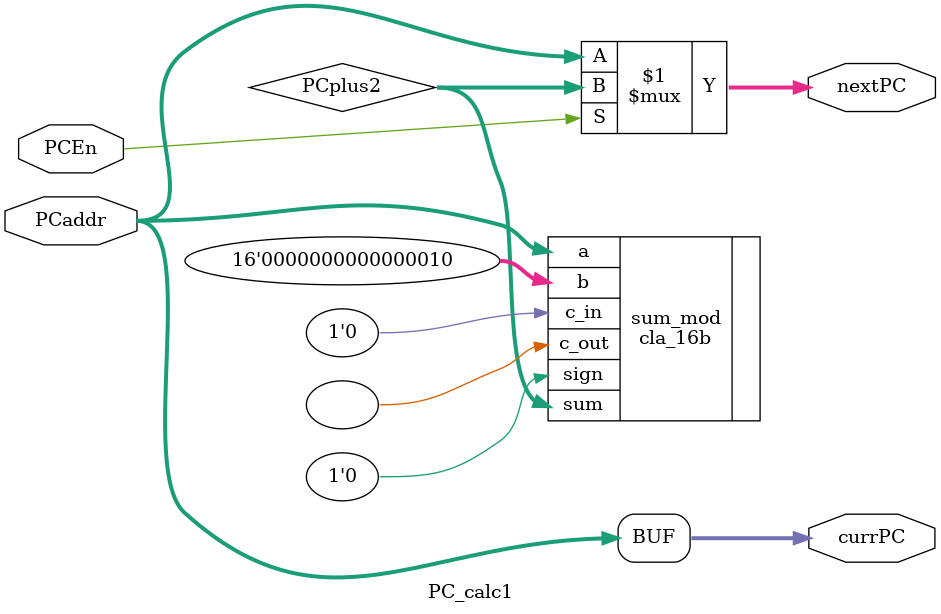
<source format=v>

/*
   CS/ECE 552 Spring '20
  
   Filename        : PC_calc1.v
   Description     : This is the module for the PC update in fetch state;
*/
module PC_calc1 (PCaddr,nextPC,currPC,PCEn);

input [15:0] PCaddr;
output [15:0] nextPC,currPC;
input PCEn;


assign currPC = PCaddr;
wire [15:0] PCplus2;
cla_16b sum_mod(.sum(PCplus2[15:0]), .c_out(),.a(PCaddr[15:0]), 
	.b(16'h2), .c_in(1'b0), .sign(1'b0));

assign nextPC = PCEn ? PCplus2 : PCaddr; 

endmodule
</source>
